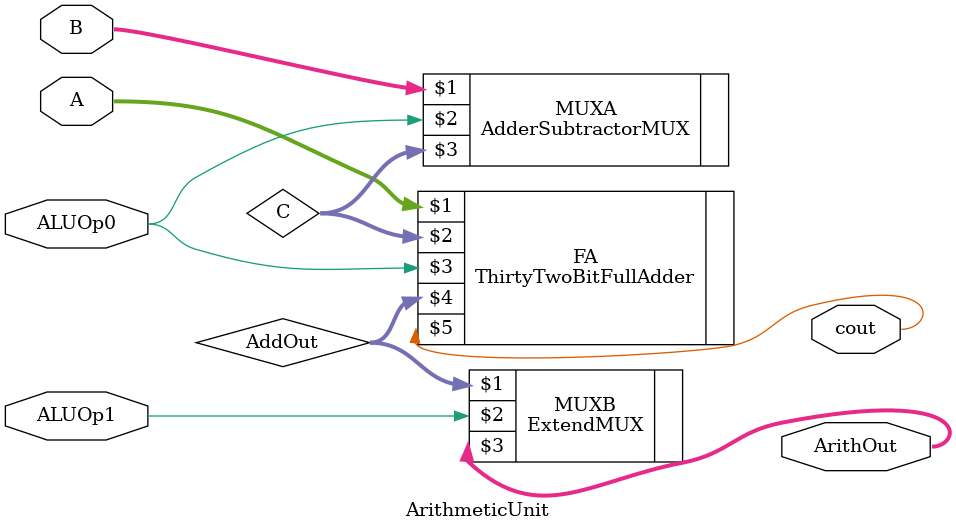
<source format=v>
`timescale 1ns / 1ps
module ArithmeticUnit(input [31:0] A, B,
							 input ALUOp0, ALUOp1,
							 output [31:0] ArithOut,
							 output cout
							);
	 wire [31:0] C, AddOut; 
	 
	 AdderSubtractorMUX MUXA(B, ALUOp0, C);
	 ThirtyTwoBitFullAdder FA(A, C, ALUOp0, AddOut, cout);
	 ExtendMUX MUXB(AddOut, ALUOp1, ArithOut);

endmodule

</source>
